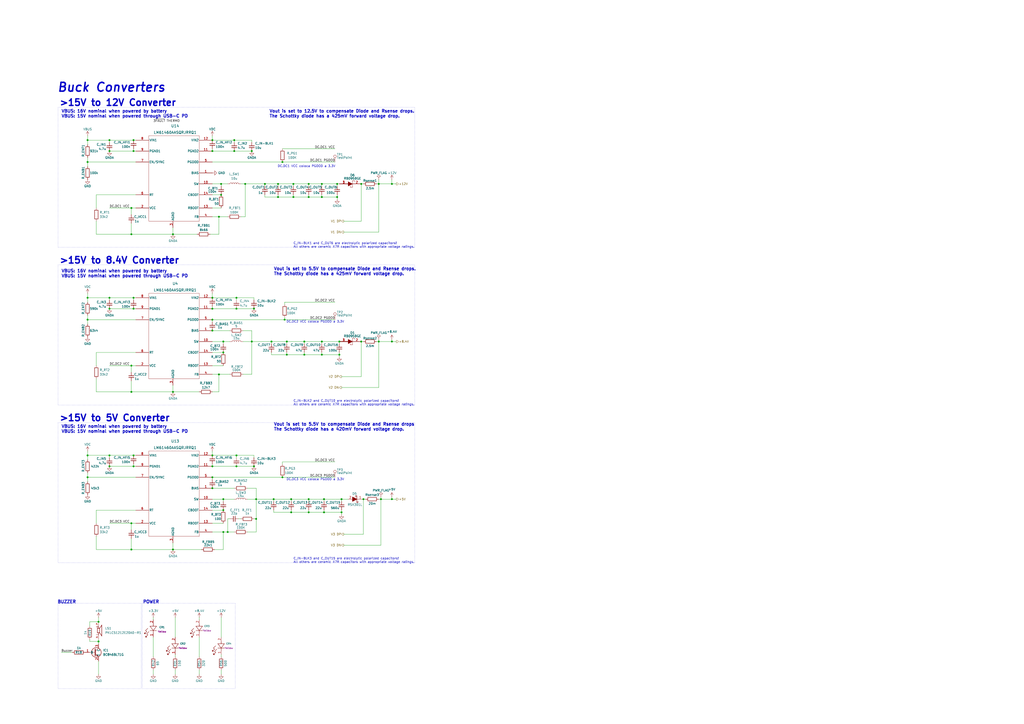
<source format=kicad_sch>
(kicad_sch (version 20250114) (generator "eeschema") (generator_version "9.0")
  (paper "A2")
  (rectangle (start 33.655 153.67) (end 240.665 234.95) (stroke (width 0) (type dot)))
  (rectangle (start 82.55 349.885) (end 136.525 399.415) (stroke (width 0) (type dot)))
  (rectangle (start 33.655 62.23) (end 240.665 143.51) (stroke (width 0) (type dot)))
  (rectangle (start 33.655 349.885) (end 81.915 399.415) (stroke (width 0) (type dot)))
  (rectangle (start 33.655 245.11) (end 240.665 326.39) (stroke (width 0) (type dot)))
  (text "VBUS: 16V nominal when powered by battery\nVBUS: 15V nominal when powered through USB-C PD\n" (at 35.56 248.92 0) (effects (font (size 1.778 1.778) (thickness 0.3556) (bold yes)) (justify left)))
  (text "Buck Converters" (at 33.02 50.8 0) (effects (font (size 5.08 5.08) (thickness 0.8636) (bold yes) (italic yes)) (justify left)))
  (text "Vout is set to 12.5V to compensate Diode and Rsense drops.\nThe Schottky diode has a 425mV forward voltage drop." (at 156.21 66.04 0) (effects (font (size 1.778 1.778) (thickness 0.3556) (bold yes)) (justify left)))
  (text "C_IN-BLK2 and C_OUT10 are electrolytic polarized capacitors!\nAll others are ceramic X7R capacitors with appropriate voltage ratings." (at 170.18 233.68 0) (effects (font (size 1.27 1.27)) (justify left)))
  (text "DC.DC3 VCC coloca PGOOD a 3.3V\n" (at 182.88 278.13 0) (effects (font (size 1.27 1.27))))
  (text ">15V to 8.4V Converter" (at 34.29 151.13 0) (effects (font (size 3.81 3.81) (thickness 0.762) (bold yes)) (justify left)))
  (text ">15V to 12V Converter" (at 34.29 59.69 0) (effects (font (size 3.81 3.81) (thickness 0.762) (bold yes)) (justify left)))
  (text "DC.DC2 VCC coloca PGOOD a 3.3V\n" (at 182.88 186.69 0) (effects (font (size 1.27 1.27))))
  (text "VBUS: 16V nominal when powered by battery\nVBUS: 15V nominal when powered through USB-C PD\n" (at 35.56 158.75 0) (effects (font (size 1.778 1.778) (thickness 0.3556) (bold yes)) (justify left)))
  (text ">15V to 5V Converter" (at 34.29 242.57 0) (effects (font (size 3.81 3.81) (thickness 0.762) (bold yes)) (justify left)))
  (text "C_IN-BLK1 and C_OUT6 are electrolytic polarized capacitors!\nAll others are ceramic X7R capacitors with appropriate voltage ratings." (at 170.18 142.24 0) (effects (font (size 1.27 1.27)) (justify left)))
  (text "C_IN-BLK3 and C_OUT15 are electrolytic polarized capacitors!\nAll others are ceramic X7R capacitors with appropriate voltage ratings." (at 170.18 325.12 0) (effects (font (size 1.27 1.27)) (justify left)))
  (text "Vout is set to 5.5V to compensate Diode and Rsense drops.\nThe Schottky diode has a 425mV forward voltage drop." (at 158.75 157.48 0) (effects (font (size 1.778 1.778) (thickness 0.3556) (bold yes)) (justify left)))
  (text "VBUS: 16V nominal when powered by battery\nVBUS: 15V nominal when powered through USB-C PD\n" (at 35.56 66.04 0) (effects (font (size 1.778 1.778) (thickness 0.3556) (bold yes)) (justify left)))
  (text "DC.DC1 VCC coloca PGOOD a 3.3V\n" (at 177.8 96.52 0) (effects (font (size 1.27 1.27))))
  (text "BUZZER" (at 38.735 349.25 0) (effects (font (size 1.778 1.778) (thickness 0.3556) (bold yes))))
  (text "POWER" (at 87.63 349.25 0) (effects (font (size 1.778 1.778) (thickness 0.3556) (bold yes))))
  (text "Vout is set to 5.5V to compensate Diode and Rsense drops\nThe Schottky diode has a 420mV forward voltage drop." (at 158.75 247.65 0) (effects (font (size 1.778 1.778) (thickness 0.3556) (bold yes)) (justify left)))
  (junction (at 137.16 172.72))
  (junction (at 137.16 264.16))
  (junction (at 123.19 179.07))
  (junction (at 100.33 227.33))
  (junction (at 148.59 289.56))
  (junction (at 77.47 179.07))
  (junction (at 227.33 106.68))
  (junction (at 77.47 264.16))
  (junction (at 187.96 289.56))
  (junction (at 179.07 114.3))
  (junction (at 195.58 106.68))
  (junction (at 163.83 276.86))
  (junction (at 187.96 297.18))
  (junction (at 100.33 318.77))
  (junction (at 186.69 114.3))
  (junction (at 142.24 106.68))
  (junction (at 137.16 179.07))
  (junction (at 63.5 81.28))
  (junction (at 76.2 212.09))
  (junction (at 77.47 81.28))
  (junction (at 166.37 205.74))
  (junction (at 77.47 270.51))
  (junction (at 128.27 113.03))
  (junction (at 129.54 204.47))
  (junction (at 209.55 106.68))
  (junction (at 219.71 198.12))
  (junction (at 158.75 289.56))
  (junction (at 123.19 264.16))
  (junction (at 129.54 308.61))
  (junction (at 77.47 172.72))
  (junction (at 123.19 276.86))
  (junction (at 123.19 283.21))
  (junction (at 161.29 106.68))
  (junction (at 147.32 270.51))
  (junction (at 170.18 114.3))
  (junction (at 220.98 289.56))
  (junction (at 63.5 179.07))
  (junction (at 129.54 295.91))
  (junction (at 176.53 205.74))
  (junction (at 123.19 172.72))
  (junction (at 198.12 289.56))
  (junction (at 63.5 264.16))
  (junction (at 148.59 300.99))
  (junction (at 227.33 289.56))
  (junction (at 135.89 81.28))
  (junction (at 123.19 87.63))
  (junction (at 50.8 172.72))
  (junction (at 210.82 289.56))
  (junction (at 146.05 87.63))
  (junction (at 127 125.73))
  (junction (at 168.91 289.56))
  (junction (at 50.8 93.98))
  (junction (at 209.55 198.12))
  (junction (at 127 217.17))
  (junction (at 179.07 106.68))
  (junction (at 166.37 198.12))
  (junction (at 165.1 185.42))
  (junction (at 123.19 81.28))
  (junction (at 76.2 227.33))
  (junction (at 50.8 185.42))
  (junction (at 157.48 198.12))
  (junction (at 76.2 135.89))
  (junction (at 176.53 198.12))
  (junction (at 168.91 297.18))
  (junction (at 170.18 106.68))
  (junction (at 63.5 87.63))
  (junction (at 123.19 270.51))
  (junction (at 123.19 185.42))
  (junction (at 128.27 106.68))
  (junction (at 63.5 270.51))
  (junction (at 195.58 114.3))
  (junction (at 50.8 276.86))
  (junction (at 146.05 198.12))
  (junction (at 63.5 172.72))
  (junction (at 147.32 179.07))
  (junction (at 57.15 372.11))
  (junction (at 227.33 198.12))
  (junction (at 123.19 191.77))
  (junction (at 57.15 360.68))
  (junction (at 186.69 205.74))
  (junction (at 76.2 120.65))
  (junction (at 179.07 289.56))
  (junction (at 161.29 114.3))
  (junction (at 186.69 106.68))
  (junction (at 100.33 135.89))
  (junction (at 77.47 87.63))
  (junction (at 137.16 270.51))
  (junction (at 163.83 93.98))
  (junction (at 186.69 198.12))
  (junction (at 132.08 308.61))
  (junction (at 179.07 297.18))
  (junction (at 196.85 198.12))
  (junction (at 50.8 264.16))
  (junction (at 76.2 303.53))
  (junction (at 196.85 205.74))
  (junction (at 76.2 318.77))
  (junction (at 219.71 106.68))
  (junction (at 129.54 289.56))
  (junction (at 50.8 81.28))
  (junction (at 135.89 87.63))
  (junction (at 198.12 297.18))
  (junction (at 129.54 198.12))
  (junction (at 153.67 106.68))
  (wire (pts (xy 63.5 264.16) (xy 63.5 265.43)))
  (wire (pts (xy 78.74 93.98) (xy 50.8 93.98)))
  (wire (pts (xy 142.24 106.68) (xy 153.67 106.68)))
  (wire (pts (xy 123.19 86.36) (xy 123.19 87.63)))
  (wire (pts (xy 123.19 179.07) (xy 137.16 179.07)))
  (wire (pts (xy 50.8 264.16) (xy 63.5 264.16)))
  (wire (pts (xy 219.71 196.85) (xy 219.71 198.12)))
  (wire (pts (xy 161.29 106.68) (xy 170.18 106.68)))
  (wire (pts (xy 219.71 198.12) (xy 227.33 198.12)))
  (wire (pts (xy 129.54 290.83) (xy 129.54 289.56)))
  (wire (pts (xy 127 125.73) (xy 127 135.89)))
  (wire (pts (xy 210.82 289.56) (xy 212.09 289.56)))
  (wire (pts (xy 176.53 198.12) (xy 186.69 198.12)))
  (wire (pts (xy 50.8 185.42) (xy 50.8 182.88)))
  (wire (pts (xy 168.91 289.56) (xy 179.07 289.56)))
  (wire (pts (xy 186.69 113.03) (xy 186.69 114.3)))
  (wire (pts (xy 220.98 289.56) (xy 220.98 316.23)))
  (wire (pts (xy 50.8 93.98) (xy 50.8 96.52)))
  (wire (pts (xy 186.69 204.47) (xy 186.69 205.74)))
  (wire (pts (xy 115.57 388.62) (xy 115.57 391.16)))
  (wire (pts (xy 55.88 135.89) (xy 76.2 135.89)))
  (wire (pts (xy 123.19 303.53) (xy 129.54 303.53)))
  (wire (pts (xy 137.16 264.16) (xy 137.16 265.43)))
  (wire (pts (xy 187.96 295.91) (xy 187.96 297.18)))
  (wire (pts (xy 76.2 318.77) (xy 100.33 318.77)))
  (wire (pts (xy 186.69 205.74) (xy 196.85 205.74)))
  (wire (pts (xy 143.51 289.56) (xy 148.59 289.56)))
  (wire (pts (xy 227.33 104.14) (xy 227.33 106.68)))
  (wire (pts (xy 153.67 114.3) (xy 161.29 114.3)))
  (wire (pts (xy 76.2 220.98) (xy 76.2 227.33)))
  (wire (pts (xy 63.5 120.65) (xy 76.2 120.65)))
  (wire (pts (xy 123.19 78.74) (xy 123.19 81.28)))
  (wire (pts (xy 63.5 303.53) (xy 76.2 303.53)))
  (wire (pts (xy 219.71 106.68) (xy 227.33 106.68)))
  (wire (pts (xy 179.07 289.56) (xy 187.96 289.56)))
  (wire (pts (xy 140.97 217.17) (xy 146.05 217.17)))
  (wire (pts (xy 218.44 106.68) (xy 219.71 106.68)))
  (wire (pts (xy 52.07 372.11) (xy 57.15 372.11)))
  (wire (pts (xy 127 217.17) (xy 133.35 217.17)))
  (wire (pts (xy 135.89 87.63) (xy 123.19 87.63)))
  (wire (pts (xy 123.19 283.21) (xy 135.89 283.21)))
  (wire (pts (xy 139.7 300.99) (xy 138.43 300.99)))
  (wire (pts (xy 195.58 106.68) (xy 195.58 107.95)))
  (wire (pts (xy 179.07 106.68) (xy 179.07 107.95)))
  (wire (pts (xy 132.08 308.61) (xy 135.89 308.61)))
  (wire (pts (xy 140.97 191.77) (xy 146.05 191.77)))
  (wire (pts (xy 157.48 198.12) (xy 166.37 198.12)))
  (wire (pts (xy 115.57 358.14) (xy 115.57 359.41)))
  (wire (pts (xy 55.88 227.33) (xy 55.88 219.71)))
  (wire (pts (xy 50.8 93.98) (xy 50.8 91.44)))
  (wire (pts (xy 50.8 264.16) (xy 50.8 266.7)))
  (wire (pts (xy 123.19 264.16) (xy 137.16 264.16)))
  (wire (pts (xy 129.54 289.56) (xy 135.89 289.56)))
  (wire (pts (xy 186.69 114.3) (xy 195.58 114.3)))
  (wire (pts (xy 139.7 106.68) (xy 142.24 106.68)))
  (wire (pts (xy 199.39 128.27) (xy 209.55 128.27)))
  (wire (pts (xy 158.75 289.56) (xy 168.91 289.56)))
  (wire (pts (xy 77.47 87.63) (xy 78.74 87.63)))
  (wire (pts (xy 196.85 106.68) (xy 195.58 106.68)))
  (wire (pts (xy 57.15 358.14) (xy 57.15 360.68)))
  (wire (pts (xy 176.53 204.47) (xy 176.53 205.74)))
  (wire (pts (xy 179.07 113.03) (xy 179.07 114.3)))
  (wire (pts (xy 77.47 86.36) (xy 77.47 87.63)))
  (wire (pts (xy 137.16 172.72) (xy 137.16 173.99)))
  (wire (pts (xy 129.54 198.12) (xy 133.35 198.12)))
  (wire (pts (xy 52.07 363.22) (xy 52.07 360.68)))
  (wire (pts (xy 123.19 198.12) (xy 129.54 198.12)))
  (wire (pts (xy 198.12 289.56) (xy 201.93 289.56)))
  (wire (pts (xy 88.9 358.14) (xy 88.9 359.41)))
  (wire (pts (xy 199.39 316.23) (xy 220.98 316.23)))
  (wire (pts (xy 100.33 318.77) (xy 116.84 318.77)))
  (wire (pts (xy 101.6 379.73) (xy 101.6 381)))
  (wire (pts (xy 132.08 300.99) (xy 132.08 308.61)))
  (wire (pts (xy 196.85 205.74) (xy 196.85 207.01)))
  (wire (pts (xy 135.89 81.28) (xy 146.05 81.28)))
  (wire (pts (xy 76.2 307.34) (xy 76.2 303.53)))
  (wire (pts (xy 179.07 106.68) (xy 186.69 106.68)))
  (wire (pts (xy 143.51 308.61) (xy 148.59 308.61)))
  (wire (pts (xy 78.74 81.28) (xy 77.47 81.28)))
  (wire (pts (xy 142.24 125.73) (xy 139.7 125.73)))
  (wire (pts (xy 186.69 198.12) (xy 186.69 199.39)))
  (wire (pts (xy 157.48 205.74) (xy 157.48 204.47)))
  (wire (pts (xy 227.33 198.12) (xy 229.87 198.12)))
  (wire (pts (xy 137.16 179.07) (xy 147.32 179.07)))
  (wire (pts (xy 55.88 135.89) (xy 55.88 128.27)))
  (wire (pts (xy 220.98 289.56) (xy 227.33 289.56)))
  (wire (pts (xy 123.19 185.42) (xy 165.1 185.42)))
  (wire (pts (xy 153.67 113.03) (xy 153.67 114.3)))
  (wire (pts (xy 52.07 360.68) (xy 57.15 360.68)))
  (wire (pts (xy 146.05 198.12) (xy 146.05 217.17)))
  (wire (pts (xy 227.33 289.56) (xy 229.87 289.56)))
  (wire (pts (xy 115.57 369.57) (xy 115.57 381)))
  (wire (pts (xy 76.2 312.42) (xy 76.2 318.77)))
  (wire (pts (xy 153.67 106.68) (xy 153.67 107.95)))
  (wire (pts (xy 196.85 198.12) (xy 196.85 199.39)))
  (wire (pts (xy 148.59 289.56) (xy 148.59 300.99)))
  (wire (pts (xy 179.07 297.18) (xy 187.96 297.18)))
  (wire (pts (xy 158.75 297.18) (xy 158.75 295.91)))
  (wire (pts (xy 128.27 358.14) (xy 128.27 369.57)))
  (wire (pts (xy 196.85 205.74) (xy 196.85 204.47)))
  (wire (pts (xy 158.75 297.18) (xy 168.91 297.18)))
  (wire (pts (xy 100.33 227.33) (xy 100.33 223.52)))
  (wire (pts (xy 63.5 81.28) (xy 63.5 82.55)))
  (wire (pts (xy 140.97 198.12) (xy 146.05 198.12)))
  (wire (pts (xy 219.71 289.56) (xy 220.98 289.56)))
  (wire (pts (xy 186.69 198.12) (xy 196.85 198.12)))
  (wire (pts (xy 78.74 185.42) (xy 50.8 185.42)))
  (wire (pts (xy 168.91 295.91) (xy 168.91 297.18)))
  (wire (pts (xy 50.8 276.86) (xy 50.8 279.4)))
  (wire (pts (xy 157.48 198.12) (xy 157.48 199.39)))
  (wire (pts (xy 76.2 135.89) (xy 100.33 135.89)))
  (wire (pts (xy 170.18 113.03) (xy 170.18 114.3)))
  (wire (pts (xy 57.15 372.11) (xy 57.15 373.38)))
  (wire (pts (xy 176.53 205.74) (xy 186.69 205.74)))
  (wire (pts (xy 50.8 172.72) (xy 50.8 175.26)))
  (wire (pts (xy 147.32 172.72) (xy 147.32 173.99)))
  (wire (pts (xy 219.71 198.12) (xy 219.71 224.79)))
  (wire (pts (xy 55.88 227.33) (xy 76.2 227.33)))
  (wire (pts (xy 123.19 81.28) (xy 135.89 81.28)))
  (wire (pts (xy 147.32 300.99) (xy 148.59 300.99)))
  (wire (pts (xy 123.19 212.09) (xy 129.54 212.09)))
  (wire (pts (xy 227.33 106.68) (xy 229.87 106.68)))
  (wire (pts (xy 123.19 270.51) (xy 137.16 270.51)))
  (wire (pts (xy 209.55 106.68) (xy 209.55 128.27)))
  (wire (pts (xy 209.55 106.68) (xy 210.82 106.68)))
  (wire (pts (xy 135.89 87.63) (xy 146.05 87.63)))
  (wire (pts (xy 123.19 185.42) (xy 123.19 186.69)))
  (wire (pts (xy 128.27 379.73) (xy 128.27 381)))
  (wire (pts (xy 163.83 86.36) (xy 194.31 86.36)))
  (wire (pts (xy 55.88 204.47) (xy 78.74 204.47)))
  (wire (pts (xy 55.88 113.03) (xy 78.74 113.03)))
  (wire (pts (xy 146.05 191.77) (xy 146.05 198.12)))
  (wire (pts (xy 165.1 175.26) (xy 165.1 176.53)))
  (wire (pts (xy 219.71 106.68) (xy 219.71 134.62)))
  (wire (pts (xy 157.48 205.74) (xy 166.37 205.74)))
  (wire (pts (xy 166.37 205.74) (xy 176.53 205.74)))
  (wire (pts (xy 168.91 289.56) (xy 168.91 290.83)))
  (wire (pts (xy 77.47 269.24) (xy 77.47 270.51)))
  (wire (pts (xy 127 217.17) (xy 127 227.33)))
  (wire (pts (xy 123.19 261.62) (xy 123.19 264.16)))
  (wire (pts (xy 123.19 217.17) (xy 127 217.17)))
  (wire (pts (xy 100.33 227.33) (xy 115.57 227.33)))
  (wire (pts (xy 50.8 170.18) (xy 50.8 172.72)))
  (wire (pts (xy 170.18 106.68) (xy 170.18 107.95)))
  (wire (pts (xy 63.5 81.28) (xy 77.47 81.28)))
  (wire (pts (xy 57.15 383.54) (xy 57.15 391.16)))
  (wire (pts (xy 78.74 172.72) (xy 77.47 172.72)))
  (wire (pts (xy 168.91 297.18) (xy 179.07 297.18)))
  (wire (pts (xy 100.33 132.08) (xy 100.33 135.89)))
  (wire (pts (xy 127 125.73) (xy 132.08 125.73)))
  (wire (pts (xy 165.1 185.42) (xy 194.31 185.42)))
  (wire (pts (xy 163.83 93.98) (xy 194.31 93.98)))
  (wire (pts (xy 123.19 106.68) (xy 128.27 106.68)))
  (wire (pts (xy 63.5 179.07) (xy 77.47 179.07)))
  (wire (pts (xy 123.19 289.56) (xy 129.54 289.56)))
  (wire (pts (xy 63.5 212.09) (xy 76.2 212.09)))
  (wire (pts (xy 137.16 270.51) (xy 147.32 270.51)))
  (wire (pts (xy 199.39 309.88) (xy 210.82 309.88)))
  (wire (pts (xy 76.2 303.53) (xy 78.74 303.53)))
  (wire (pts (xy 198.12 297.18) (xy 198.12 295.91)))
  (wire (pts (xy 163.83 267.97) (xy 194.31 267.97)))
  (wire (pts (xy 78.74 276.86) (xy 50.8 276.86)))
  (wire (pts (xy 123.19 276.86) (xy 163.83 276.86)))
  (wire (pts (xy 77.47 179.07) (xy 78.74 179.07)))
  (wire (pts (xy 179.07 114.3) (xy 186.69 114.3)))
  (wire (pts (xy 210.82 289.56) (xy 210.82 309.88)))
  (wire (pts (xy 76.2 227.33) (xy 100.33 227.33)))
  (wire (pts (xy 166.37 198.12) (xy 176.53 198.12)))
  (wire (pts (xy 63.5 172.72) (xy 63.5 173.99)))
  (wire (pts (xy 57.15 370.84) (xy 57.15 372.11)))
  (wire (pts (xy 101.6 388.62) (xy 101.6 391.16)))
  (wire (pts (xy 50.8 172.72) (xy 63.5 172.72)))
  (wire (pts (xy 123.19 204.47) (xy 129.54 204.47)))
  (wire (pts (xy 63.5 172.72) (xy 77.47 172.72)))
  (wire (pts (xy 123.19 295.91) (xy 129.54 295.91)))
  (wire (pts (xy 199.39 134.62) (xy 219.71 134.62)))
  (wire (pts (xy 195.58 114.3) (xy 195.58 115.57)))
  (wire (pts (xy 158.75 289.56) (xy 158.75 290.83)))
  (wire (pts (xy 187.96 289.56) (xy 187.96 290.83)))
  (wire (pts (xy 147.32 264.16) (xy 147.32 265.43)))
  (wire (pts (xy 55.88 120.65) (xy 55.88 113.03)))
  (wire (pts (xy 123.19 125.73) (xy 127 125.73)))
  (wire (pts (xy 76.2 124.46) (xy 76.2 120.65)))
  (wire (pts (xy 63.5 270.51) (xy 77.47 270.51)))
  (wire (pts (xy 52.07 370.84) (xy 52.07 372.11)))
  (wire (pts (xy 166.37 204.47) (xy 166.37 205.74)))
  (wire (pts (xy 209.55 198.12) (xy 209.55 218.44)))
  (wire (pts (xy 220.98 288.29) (xy 220.98 289.56)))
  (wire (pts (xy 50.8 78.74) (xy 50.8 81.28)))
  (wire (pts (xy 209.55 198.12) (xy 210.82 198.12)))
  (wire (pts (xy 187.96 297.18) (xy 198.12 297.18)))
  (wire (pts (xy 161.29 114.3) (xy 161.29 113.03)))
  (wire (pts (xy 88.9 369.57) (xy 88.9 381)))
  (wire (pts (xy 132.08 300.99) (xy 133.35 300.99)))
  (wire (pts (xy 63.5 264.16) (xy 77.47 264.16)))
  (wire (pts (xy 161.29 114.3) (xy 170.18 114.3)))
  (wire (pts (xy 165.1 175.26) (xy 194.31 175.26)))
  (wire (pts (xy 163.83 267.97) (xy 163.83 269.24)))
  (wire (pts (xy 76.2 212.09) (xy 78.74 212.09)))
  (wire (pts (xy 123.19 269.24) (xy 123.19 270.51)))
  (wire (pts (xy 55.88 295.91) (xy 78.74 295.91)))
  (wire (pts (xy 50.8 185.42) (xy 50.8 187.96)))
  (wire (pts (xy 121.92 135.89) (xy 127 135.89)))
  (wire (pts (xy 100.33 135.89) (xy 114.3 135.89)))
  (wire (pts (xy 198.12 224.79) (xy 219.71 224.79)))
  (wire (pts (xy 123.19 170.18) (xy 123.19 172.72)))
  (wire (pts (xy 148.59 289.56) (xy 158.75 289.56)))
  (wire (pts (xy 148.59 300.99) (xy 148.59 308.61)))
  (wire (pts (xy 128.27 106.68) (xy 132.08 106.68)))
  (wire (pts (xy 163.83 276.86) (xy 194.31 276.86)))
  (wire (pts (xy 148.59 283.21) (xy 148.59 289.56)))
  (wire (pts (xy 153.67 106.68) (xy 161.29 106.68)))
  (wire (pts (xy 76.2 215.9) (xy 76.2 212.09)))
  (wire (pts (xy 137.16 264.16) (xy 147.32 264.16)))
  (wire (pts (xy 170.18 106.68) (xy 179.07 106.68)))
  (wire (pts (xy 50.8 81.28) (xy 63.5 81.28)))
  (wire (pts (xy 179.07 289.56) (xy 179.07 290.83)))
  (wire (pts (xy 198.12 297.18) (xy 198.12 298.45)))
  (wire (pts (xy 76.2 129.54) (xy 76.2 135.89)))
  (wire (pts (xy 123.19 172.72) (xy 137.16 172.72)))
  (wire (pts (xy 50.8 261.62) (xy 50.8 264.16)))
  (wire (pts (xy 129.54 308.61) (xy 132.08 308.61)))
  (wire (pts (xy 227.33 288.29) (xy 227.33 289.56)))
  (wire (pts (xy 135.89 81.28) (xy 135.89 82.55)))
  (wire (pts (xy 227.33 196.85) (xy 227.33 198.12)))
  (wire (pts (xy 161.29 106.68) (xy 161.29 107.95)))
  (wire (pts (xy 128.27 107.95) (xy 128.27 106.68)))
  (wire (pts (xy 50.8 276.86) (xy 50.8 274.32)))
  (wire (pts (xy 129.54 308.61) (xy 129.54 318.77)))
  (wire (pts (xy 146.05 81.28) (xy 146.05 82.55)))
  (wire (pts (xy 55.88 318.77) (xy 76.2 318.77)))
  (wire (pts (xy 186.69 106.68) (xy 186.69 107.95)))
  (wire (pts (xy 198.12 289.56) (xy 198.12 290.83)))
  (wire (pts (xy 123.19 276.86) (xy 123.19 278.13)))
  (wire (pts (xy 219.71 104.14) (xy 219.71 106.68)))
  (wire (pts (xy 100.33 318.77) (xy 100.33 314.96)))
  (wire (pts (xy 176.53 198.12) (xy 176.53 199.39)))
  (wire (pts (xy 123.19 191.77) (xy 133.35 191.77)))
  (wire (pts (xy 123.19 120.65) (xy 128.27 120.65)))
  (wire (pts (xy 179.07 295.91) (xy 179.07 297.18)))
  (wire (pts (xy 146.05 198.12) (xy 157.48 198.12)))
  (wire (pts (xy 123.19 227.33) (xy 127 227.33)))
  (wire (pts (xy 77.47 270.51) (xy 78.74 270.51)))
  (wire (pts (xy 50.8 81.28) (xy 50.8 83.82)))
  (wire (pts (xy 123.19 177.8) (xy 123.19 179.07)))
  (wire (pts (xy 195.58 114.3) (xy 195.58 113.03)))
  (wire (pts (xy 129.54 199.39) (xy 129.54 198.12)))
  (wire (pts (xy 218.44 198.12) (xy 219.71 198.12)))
  (wire (pts (xy 35.56 378.46) (xy 41.91 378.46)))
  (wire (pts (xy 198.12 218.44) (xy 209.55 218.44)))
  (wire (pts (xy 55.88 212.09) (xy 55.88 204.47)))
  (wire (pts (xy 142.24 106.68) (xy 142.24 125.73)))
  (wire (pts (xy 55.88 318.77) (xy 55.88 311.15)))
  (wire (pts (xy 77.47 173.99) (xy 77.47 172.72)))
  (wire (pts (xy 101.6 358.14) (xy 101.6 369.57)))
  (wire (pts (xy 55.88 303.53) (xy 55.88 295.91)))
  (wire (pts (xy 166.37 198.12) (xy 166.37 199.39)))
  (wire (pts (xy 165.1 184.15) (xy 165.1 185.42)))
  (wire (pts (xy 123.19 113.03) (xy 128.27 113.03)))
  (wire (pts (xy 124.46 318.77) (xy 129.54 318.77)))
  (wire (pts (xy 143.51 283.21) (xy 148.59 283.21)))
  (wire (pts (xy 88.9 388.62) (xy 88.9 391.16)))
  (wire (pts (xy 170.18 114.3) (xy 179.07 114.3)))
  (wire (pts (xy 123.19 308.61) (xy 129.54 308.61)))
  (wire (pts (xy 186.69 106.68) (xy 195.58 106.68)))
  (wire (pts (xy 137.16 172.72) (xy 147.32 172.72)))
  (wire (pts (xy 123.19 93.98) (xy 163.83 93.98)))
  (wire (pts (xy 128.27 391.16) (xy 128.27 388.62)))
  (wire (pts (xy 187.96 289.56) (xy 198.12 289.56)))
  (wire (pts (xy 78.74 264.16) (xy 77.47 264.16)))
  (wire (pts (xy 76.2 120.65) (xy 78.74 120.65)))
  (wire (pts (xy 63.5 87.63) (xy 77.47 87.63)))
  (label "DC.DC2 VCC" (at 63.5 212.09 0))
  (label "Buzzer" (at 35.56 378.46 0))
  (label "DC.DC3 VCC" (at 194.31 267.97 180))
  (label "DC.DC1 PGOOD" (at 194.31 93.98 180))
  (label "DC.DC2 PGOOD" (at 194.31 185.42 180))
  (label "DC.DC1 VCC" (at 63.5 120.65 0))
  (label "DC.DC3 PGOOD" (at 194.31 276.86 180))
  (label "3~{FAULT} THERMO" (at 88.9 71.12 0))
  (label "DC.DC2 VCC" (at 194.31 175.26 180))
  (label "DC.DC1 VCC" (at 194.31 86.36 180))
  (label "DC.DC3 VCC" (at 63.5 303.53 0))
  (hierarchical_label "V3 DP" (shape output) (at 199.39 309.88 180))
  (hierarchical_label "V2 DN" (shape output) (at 198.12 224.79 180))
  (hierarchical_label "+5V" (shape output) (at 229.87 289.56 0))
  (hierarchical_label "V1 DP" (shape output) (at 199.39 128.27 180))
  (hierarchical_label "+8.4V" (shape output) (at 229.87 198.12 0))
  (hierarchical_label "V3 DN" (shape output) (at 199.39 316.23 180))
  (hierarchical_label "+12V" (shape output) (at 229.87 106.68 0))
  (hierarchical_label "V1 DN" (shape output) (at 199.39 134.62 180))
  (hierarchical_label "V2 DP" (shape output) (at 198.12 218.44 180))
  (symbol (lib_id "Device:C_Small") (at 153.67 110.49 0) (mirror y) (unit 1)
    (property "Reference" "C_OUT1" (at 153.67 108.585 0) (effects (justify left)))
    (property "Value" "1u" (at 152.4 111.76 0) (effects (justify left)))
    (property "Footprint" "Capacitor-0603:Capacitor_0603" (effects (hide yes)))
    (property "Description" "Unpolarized capacitor, small symbol" (effects (hide yes)))
  )
  (symbol (lib_id "Device:C_Small") (at 128.27 110.49 0) (unit 1)
    (property "Reference" "C_BT1" (at 120.65 109.22 0) (effects (justify left)))
    (property "Value" "100n" (at 120.65 111.125 0) (effects (justify left)))
    (property "Footprint" "Capacitor-0402:Capacitor_0402" (effects (hide yes)))
    (property "Description" "Unpolarized capacitor, small symbol" (effects (hide yes)))
  )
  (symbol (lib_id "Connector:TestPoint") (at 194.31 276.86 0) (unit 1)
    (property "Reference" "TP3" (at 195.326 272.542 0) (effects (justify left)))
    (property "Value" "TestPoint" (at 195.326 274.32 0) (effects (justify left)))
    (property "Footprint" "TestPoint:TestPoint_Pad_2.0x2.0mm" (effects (hide yes)))
    (property "Description" "test point" (effects (hide yes)))
  )
  (symbol (lib_id "Device:C_Small") (at 77.47 176.53 0) (mirror y) (unit 1)
    (property "Reference" "C_IN_HFI3" (at 75.565 175.26 0) (effects (justify left)))
    (property "Value" "100n" (at 75.565 177.8 0) (effects (justify left)))
    (property "Footprint" "Capacitor-0402:Capacitor_0402" (effects (hide yes)))
    (property "Description" "Unpolarized capacitor, small symbol" (effects (hide yes)))
  )
  (symbol (lib_id "Device:L") (at 139.7 289.56 90) (unit 1)
    (property "Reference" "L_SW3" (at 139.7 285.75 90))
    (property "Value" "15u" (at 139.7 287.655 90))
    (property "Footprint" "Inductor-10.1x10:Inductor_10.1x10" (effects (hide yes)))
    (property "Description" "Inductor" (effects (hide yes)))
  )
  (symbol (lib_id "Device:R") (at 55.88 307.34 0) (mirror x) (unit 1)
    (property "Reference" "R_RT3" (at 57.785 306.07 0) (effects (justify left)))
    (property "Value" "33k2" (at 57.785 308.61 0) (effects (justify left)))
    (property "Footprint" "Resistor-0603:RES_0603" (effects (hide yes)))
    (property "Description" "Resistor" (effects (hide yes)))
  )
  (symbol (lib_id "power:+5V") (at 227.33 196.85 0) (unit 1)
    (property "Reference" "#PWR0120" (effects (hide yes)))
    (property "Value" "+8.4V" (at 227.33 192.405 0))
    (property "Description" "Power symbol creates a global label with name \"+5V\"" (effects (hide yes)))
  )
  (symbol (lib_id "Device:C_Small") (at 187.96 293.37 0) (mirror y) (unit 1)
    (property "Reference" "C_OUT14" (at 187.325 291.465 0) (effects (justify left)))
    (property "Value" "22u" (at 186.69 294.64 0) (effects (justify left)))
    (property "Footprint" "Capacitor-0805:Capacitor_0805" (effects (hide yes)))
    (property "Description" "Unpolarized capacitor, small symbol" (effects (hide yes)))
  )
  (symbol (lib_id "power:VBUS") (at 123.19 170.18 0) (unit 1)
    (property "Reference" "#PWR077" (effects (hide yes)))
    (property "Value" "VDC" (at 123.19 166.37 0))
    (property "Description" "Power symbol creates a global label with name \"VBUS\"" (effects (hide yes)))
  )
  (symbol (lib_id "Device:R") (at 50.8 87.63 0) (mirror x) (unit 1)
    (property "Reference" "R_ENT1" (at 48.26 83.82 90) (effects (justify left)))
    (property "Value" "931k" (at 52.07 87.63 0) (effects (justify left)))
    (property "Footprint" "Resistor-0603:RES_0603" (effects (hide yes)))
    (property "Description" "Resistor" (effects (hide yes)))
  )
  (symbol (lib_id "power:PWR_FLAG") (at 219.71 196.85 0) (unit 1)
    (property "Reference" "#FLG07" (effects (hide yes)))
    (property "Value" "PWR_FLAG" (at 219.71 193.04 0))
    (property "Description" "Special symbol for telling ERC where power comes from" (effects (hide yes)))
  )
  (symbol (lib_id "Device:R") (at 137.16 217.17 270) (mirror x) (unit 1)
    (property "Reference" "R_FBT2" (at 133.985 212.725 90) (effects (justify left)))
    (property "Value" "100K" (at 134.62 214.63 90) (effects (justify left)))
    (property "Footprint" "Resistor-0603:RES_0603" (effects (hide yes)))
    (property "Description" "Resistor" (effects (hide yes)))
  )
  (symbol (lib_id "power:GND") (at 101.6 391.16 0) (unit 1)
    (property "Reference" "#PWR080" (effects (hide yes)))
    (property "Value" "GND" (at 101.6 394.97 0))
    (property "Description" "Power symbol creates a global label with name \"GND\" , ground" (effects (hide yes)))
  )
  (symbol (lib_id "Device:C_Small") (at 146.05 85.09 0) (unit 1)
    (property "Reference" "C_IN-BLK1" (at 147.955 83.185 0) (effects (justify left)))
    (property "Value" "10u" (at 147.955 85.725 0) (effects (justify left)))
    (property "Footprint" "Capacitor-4mm:Capacitor_4mm" (effects (hide yes)))
    (property "Description" "Unpolarized capacitor, small symbol" (effects (hide yes)))
  )
  (symbol (lib_id "Device:C_Small") (at 123.19 266.7 0) (unit 1)
    (property "Reference" "C_IN_HFI6" (at 125.095 265.43 0) (effects (justify left)))
    (property "Value" "100n" (at 125.095 267.97 0) (effects (justify left)))
    (property "Footprint" "Capacitor-0402:Capacitor_0402" (effects (hide yes)))
    (property "Description" "Unpolarized capacitor, small symbol" (effects (hide yes)))
  )
  (symbol (lib_id "Device:C_Small") (at 198.12 293.37 0) (mirror y) (unit 1)
    (property "Reference" "C_OUT15" (at 197.485 291.465 0) (effects (justify left)))
    (property "Value" "560u" (at 196.85 294.64 0) (effects (justify left)))
    (property "Footprint" "Capacitor-8mm:Capacitor_8mm" (effects (hide yes)))
    (property "Description" "Unpolarized capacitor, small symbol" (effects (hide yes)))
  )
  (symbol (lib_id "Device:C_Small") (at 196.85 201.93 0) (mirror y) (unit 1)
    (property "Reference" "C_OUT16" (at 196.215 200.025 0) (effects (justify left)))
    (property "Value" "100u" (at 195.58 203.2 0) (effects (justify left)))
    (property "Footprint" "Capacitor-8mm:Capacitor_8mm" (effects (hide yes)))
    (property "Description" "Unpolarized capacitor, small symbol" (effects (hide yes)))
  )
  (symbol (lib_id "PKLCS1212E20A0-R1:PKLCS1212E20A0-R1") (at 57.15 365.76 0) (unit 1)
    (property "Reference" "LS1" (at 60.96 364.4899 0) (effects (justify left)))
    (property "Value" "PKLCS1212E20A0-R1" (at 60.96 367.0299 0) (effects (justify left)))
    (property "Footprint" "PKLCS1212E20A0-R1:PKLCS1212E20A0-R1" (effects (hide yes)))
    (property "MF" "Murata" (effects (hide yes)))
    (property "MAXIMUM_PACKAGE_HEIGHT" "3.0 mm" (effects (hide yes)))
    (property "Package" "SMD-2 Murata" (effects (hide yes)))
    (property "Price" "None" (effects (hide yes)))
    (property "Check_prices" "https://www.snapeda.com/parts/PKLCS1212E20A0-R1/Murata/view-part/?ref=eda" (effects (hide yes)))
    (property "STANDARD" "Manufacturer Recommendations" (effects (hide yes)))
    (property "PARTREV" "January 22, 2018" (effects (hide yes)))
    (property "SnapEDA_Link" "https://www.snapeda.com/parts/PKLCS1212E20A0-R1/Murata/view-part/?ref=snap" (effects (hide yes)))
    (property "MP" "PKLCS1212E20A0-R1" (effects (hide yes)))
    (property "Description_1" "Buzzers Transducer, Externally Driven Piezo 1.5 V - 2kHz 70dB @ 1.5V, 10cm Surface Mount Solder Pads" (effects (hide yes)))
    (property "Availability" "In Stock" (effects (hide yes)))
    (property "MANUFACTURER" "Murata Electronics" (effects (hide yes)))
  )
  (symbol (lib_id "power:GND") (at 50.8 287.02 0) (unit 1)
    (property "Reference" "#PWR061" (effects (hide yes)))
    (property "Value" "GND" (at 50.8 290.83 0))
    (property "Description" "Power symbol creates a global label with name \"GND\" , ground" (effects (hide yes)))
  )
  (symbol (lib_id "power:GNDA") (at 100.33 318.77 0) (unit 1)
    (property "Reference" "#PWR053" (effects (hide yes)))
    (property "Value" "GNDA" (at 100.33 322.58 0))
    (property "Description" "Power symbol creates a global label with name \"GNDA\" , analog ground" (effects (hide yes)))
  )
  (symbol (lib_id "Device:C_Small") (at 186.69 201.93 0) (mirror y) (unit 1)
    (property "Reference" "C_OUT10" (at 186.055 200.025 0) (effects (justify left)))
    (property "Value" "47u" (at 185.42 203.2 0) (effects (justify left)))
    (property "Footprint" "Capacitor-0805:Capacitor_0805" (effects (hide yes)))
    (property "Description" "Unpolarized capacitor, small symbol" (effects (hide yes)))
  )
  (symbol (lib_id "Device:C_Small") (at 123.19 175.26 0) (unit 1)
    (property "Reference" "C_IN_HFI4" (at 125.095 173.99 0) (effects (justify left)))
    (property "Value" "100n" (at 125.095 176.53 0) (effects (justify left)))
    (property "Footprint" "Capacitor-0402:Capacitor_0402" (effects (hide yes)))
    (property "Description" "Unpolarized capacitor, small symbol" (effects (hide yes)))
  )
  (symbol (lib_id "Device:R") (at 128.27 116.84 0) (mirror y) (unit 1)
    (property "Reference" "R_BT1" (at 127 115.57 0) (effects (justify left)))
    (property "Value" "50" (at 127 118.11 0) (effects (justify left)))
    (property "Footprint" "Resistor-0402:RES_0402" (effects (hide yes)))
    (property "Description" "Resistor" (effects (hide yes)))
  )
  (symbol (lib_id "power:+3.3V") (at 88.9 358.14 0) (unit 1)
    (property "Reference" "#PWR0103" (effects (hide yes)))
    (property "Value" "+3.3V" (at 88.9 354.33 0))
    (property "Description" "Power symbol creates a global label with name \"+3.3V\"" (effects (hide yes)))
  )
  (symbol (lib_id "DCDC_LM61460:LM61460AASQRJRRQ1") (at 72.39 266.7 0) (unit 1)
    (property "Reference" "U13" (at 101.6 255.905 0) (effects (font (size 1.524 1.524))))
    (property "Value" "LM61460AASQRJRRQ1" (at 101.6 259.715 0) (effects (font (size 1.524 1.524))))
    (property "Footprint" "DCDC_LM61460:VQFN-HR14_RJR_TEX" (effects (hide yes)))
    (property "Datasheet" "LM61460AASQRJRRQ1" (effects (hide yes)))
  )
  (symbol (lib_id "power:GNDA") (at 147.32 270.51 0) (unit 1)
    (property "Reference" "#PWR078" (effects (hide yes)))
    (property "Value" "GNDA" (at 147.32 274.32 0))
    (property "Description" "Power symbol creates a global label with name \"GNDA\" , analog ground" (effects (hide yes)))
  )
  (symbol (lib_id "power:PWR_FLAG") (at 220.98 288.29 0) (unit 1)
    (property "Reference" "#FLG06" (effects (hide yes)))
    (property "Value" "PWR_FLAG" (at 220.98 284.48 0))
    (property "Description" "Special symbol for telling ERC where power comes from" (effects (hide yes)))
  )
  (symbol (lib_id "Device:C_Small") (at 123.19 189.23 180) (unit 1)
    (property "Reference" "C_BIAS1" (at 132.715 187.96 0) (effects (justify left)))
    (property "Value" "1u" (at 128.905 189.865 0) (effects (justify left)))
    (property "Footprint" "Capacitor-0603:Capacitor_0603" (effects (hide yes)))
    (property "Description" "Unpolarized capacitor, small symbol" (effects (hide yes)))
  )
  (symbol (lib_id "Device:C_Small") (at 135.89 300.99 270) (mirror x) (unit 1)
    (property "Reference" "C_FF1" (at 133.35 295.91 90) (effects (justify left)))
    (property "Value" "22p" (at 133.985 297.815 90) (effects (justify left)))
    (property "Footprint" "Capacitor-0402:Capacitor_0402" (effects (hide yes)))
    (property "Description" "Unpolarized capacitor, small symbol" (effects (hide yes)))
  )
  (symbol (lib_id "Device:C_Small") (at 76.2 309.88 0) (mirror y) (unit 1)
    (property "Reference" "C_VCC3" (at 85.09 308.61 0) (effects (justify left)))
    (property "Value" "1u" (at 80.645 311.15 0) (effects (justify left)))
    (property "Footprint" "Capacitor-0603:Capacitor_0603" (effects (hide yes)))
    (property "Description" "Unpolarized capacitor, small symbol" (effects (hide yes)))
  )
  (symbol (lib_id "Device:R") (at 137.16 191.77 90) (unit 1)
    (property "Reference" "R_BIAS1" (at 140.97 187.325 90) (effects (justify left)))
    (property "Value" "5" (at 137.795 189.23 90) (effects (justify left)))
    (property "Footprint" "Resistor-0402:RES_0402" (effects (hide yes)))
    (property "Description" "Resistor" (effects (hide yes)))
  )
  (symbol (lib_id "Device:C_Small") (at 170.18 110.49 0) (mirror y) (unit 1)
    (property "Reference" "C_OUT3" (at 169.545 108.585 0) (effects (justify left)))
    (property "Value" "10u" (at 168.91 111.76 0) (effects (justify left)))
    (property "Footprint" "Capacitor-0805:Capacitor_0805" (effects (hide yes)))
    (property "Description" "Unpolarized capacitor, small symbol" (effects (hide yes)))
  )
  (symbol (lib_id "Device:R") (at 45.72 378.46 270) (unit 1)
    (property "Reference" "R18" (at 47.625 378.46 90) (effects (justify right)))
    (property "Value" "1k" (at 46.99 375.92 90) (effects (justify right)))
    (property "Footprint" "Resistor-0402:RES_0402" (effects (hide yes)))
    (property "Description" "Resistor" (effects (hide yes)))
  )
  (symbol (lib_id "Device:R") (at 215.9 289.56 90) (mirror x) (unit 1)
    (property "Reference" "Rsense3" (at 215.9 287.02 90))
    (property "Value" "20m" (at 215.9 292.1 90))
    (property "Footprint" "Resistor-2512:RES_WSLP2512" (effects (hide yes)))
    (property "Description" "Resistor" (effects (hide yes)))
  )
  (symbol (lib_id "RB095BGE-30TL:RB095BGE-30TL") (at 196.85 198.12 0) (unit 1)
    (property "Reference" "D1" (at 204.47 193.04 0))
    (property "Value" "RB095BGE" (at 204.47 194.945 0))
    (property "Footprint" "SchottkyDiode-RB095BGE:RD3P175SNFRATL" (effects (hide yes)))
    (property "Datasheet" "https://fscdn.rohm.com/en/products/databook/datasheet/discrete/diode/schottky_barrier/rb095bge-30tl-e.pdf" (effects (hide yes)))
    (property "Description" "ROHM 35V 6A, Dual Diode, 3-Pin DPAK RB095BGE-30TL" (effects (hide yes)))
    (property "Mouser Part Number" "755-RB095BGE-30TL" (effects (hide yes)))
    (property "Mouser Price/Stock" "https://www.mouser.co.uk/ProductDetail/ROHM-Semiconductor/RB095BGE-30TL?qs=gTYE2QTfZfT0xMzgoJJZow%3D%3D" (effects (hide yes)))
    (property "Manufacturer_Name" "ROHM Semiconductor" (effects (hide yes)))
    (property "Manufacturer_Part_Number" "RB095BGE-30TL" (effects (hide yes)))
  )
  (symbol (lib_id "power:VBUS") (at 123.19 261.62 0) (unit 1)
    (property "Reference" "#PWR075" (effects (hide yes)))
    (property "Value" "VDC" (at 123.19 257.81 0))
    (property "Description" "Power symbol creates a global label with name \"VBUS\"" (effects (hide yes)))
  )
  (symbol (lib_id "Device:C_Small") (at 161.29 110.49 0) (mirror y) (unit 1)
    (property "Reference" "C_OUT2" (at 161.29 108.585 0) (effects (justify left)))
    (property "Value" "10u" (at 160.02 111.76 0) (effects (justify left)))
    (property "Footprint" "Capacitor-0805:Capacitor_0805" (effects (hide yes)))
    (property "Description" "Unpolarized capacitor, small symbol" (effects (hide yes)))
  )
  (symbol (lib_id "Device:C_Small") (at 168.91 293.37 0) (mirror y) (unit 1)
    (property "Reference" "C_OUT12" (at 168.275 291.465 0) (effects (justify left)))
    (property "Value" "22u" (at 167.64 294.64 0) (effects (justify left)))
    (property "Footprint" "Capacitor-0805:Capacitor_0805" (effects (hide yes)))
    (property "Description" "Unpolarized capacitor, small symbol" (effects (hide yes)))
  )
  (symbol (lib_id "power:VBUS") (at 50.8 78.74 0) (unit 1)
    (property "Reference" "#PWR064" (effects (hide yes)))
    (property "Value" "VBUS" (at 50.8 74.93 0))
    (property "Description" "Power symbol creates a global label with name \"VBUS\"" (effects (hide yes)))
  )
  (symbol (lib_id "Device:C_Small") (at 147.32 176.53 0) (unit 1)
    (property "Reference" "C_IN-BLK2" (at 149.225 174.625 0) (effects (justify left)))
    (property "Value" "10u" (at 149.225 177.165 0) (effects (justify left)))
    (property "Footprint" "Capacitor-4mm:Capacitor_4mm" (effects (hide yes)))
    (property "Description" "Unpolarized capacitor, small symbol" (effects (hide yes)))
  )
  (symbol (lib_id "Device:R") (at 128.27 384.81 180) (unit 1)
    (property "Reference" "R56" (at 128.27 386.715 90) (effects (justify right)))
    (property "Value" "500" (at 130.81 386.715 90) (effects (justify right)))
    (property "Footprint" "Resistor-0402:RES_0402" (effects (hide yes)))
    (property "Description" "Resistor" (effects (hide yes)))
  )
  (symbol (lib_id "Device:C_Small") (at 147.32 267.97 0) (unit 1)
    (property "Reference" "C_IN-BLK3" (at 149.225 266.065 0) (effects (justify left)))
    (property "Value" "10u" (at 149.225 268.605 0) (effects (justify left)))
    (property "Footprint" "Capacitor-4mm:Capacitor_4mm" (effects (hide yes)))
    (property "Description" "Unpolarized capacitor, small symbol" (effects (hide yes)))
  )
  (symbol (lib_id "Device:R") (at 214.63 106.68 90) (mirror x) (unit 1)
    (property "Reference" "Rsense1" (at 214.63 104.775 90))
    (property "Value" "2.5m" (at 214.63 109.22 90))
    (property "Footprint" "Resistor-0805:RES_0805" (effects (hide yes)))
    (property "Description" "Resistor" (effects (hide yes)))
  )
  (symbol (lib_id "Device:R") (at 88.9 384.81 180) (unit 1)
    (property "Reference" "R42" (at 88.9 386.715 90) (effects (justify right)))
    (property "Value" "65" (at 91.44 386.08 90) (effects (justify right)))
    (property "Footprint" "Resistor-0402:RES_0402" (effects (hide yes)))
    (property "Description" "Resistor" (effects (hide yes)))
  )
  (symbol (lib_id "BC846BLT1G:BC846BLT1G") (at 49.53 378.46 0) (unit 1)
    (property "Reference" "IC1" (at 59.69 377.1899 0) (effects (justify left)))
    (property "Value" "BC846BLT1G" (at 59.69 379.7299 0) (effects (justify left)))
    (property "Footprint" "BJT NPN:SOT96P237X111-3N" (effects (hide yes)))
    (property "Datasheet" "https://www.onsemi.com/pub/Collateral/BC846ALT1-D.PDF" (effects (hide yes)))
    (property "Description" "Moisture Sensitivity Level: 1; ESD Rating - Human Body Model: >4000 V ESD Rating - Machine Model: >400 V; Pb-Free Packages are Available; S Prefix for Automotive and Other Applications Requiring Unique Site and Control Change Requirements; AEC-Q101 Qualified and PPAP Capable" (effects (hide yes)))
    (property "Height" "1.11" (effects (hide yes)))
    (property "Mouser Part Number" "863-BC846BLT1G" (effects (hide yes)))
    (property "Mouser Price/Stock" "https://www.mouser.co.uk/ProductDetail/onsemi/BC846BLT1G?qs=vNc2DXHODiJuwwGLruzsRg%3D%3D" (effects (hide yes)))
    (property "Manufacturer_Name" "onsemi" (effects (hide yes)))
    (property "Manufacturer_Part_Number" "BC846BLT1G" (effects (hide yes)))
  )
  (symbol (lib_id "power:GNDA") (at 63.5 87.63 0) (unit 1)
    (property "Reference" "#PWR063" (effects (hide yes)))
    (property "Value" "GNDA" (at 63.5 91.44 0))
    (property "Description" "Power symbol creates a global label with name \"GNDA\" , analog ground" (effects (hide yes)))
  )
  (symbol (lib_id "Device:C_Small") (at 166.37 201.93 0) (mirror y) (unit 1)
    (property "Reference" "C_OUT8" (at 165.735 200.025 0) (effects (justify left)))
    (property "Value" "22u" (at 165.1 203.2 0) (effects (justify left)))
    (property "Footprint" "Capacitor-0805:Capacitor_0805" (effects (hide yes)))
    (property "Description" "Unpolarized capacitor, small symbol" (effects (hide yes)))
  )
  (symbol (lib_id "power:VBUS") (at 50.8 261.62 0) (unit 1)
    (property "Reference" "#PWR060" (effects (hide yes)))
    (property "Value" "VDC" (at 50.8 257.81 0))
    (property "Description" "Power symbol creates a global label with name \"VBUS\"" (effects (hide yes)))
  )
  (symbol (lib_id "power:GND") (at 88.9 391.16 0) (unit 1)
    (property "Reference" "#PWR098" (effects (hide yes)))
    (property "Value" "GND" (at 88.9 394.97 0))
    (property "Description" "Power symbol creates a global label with name \"GND\" , ground" (effects (hide yes)))
  )
  (symbol (lib_id "Device:C_Small") (at 186.69 110.49 0) (mirror y) (unit 1)
    (property "Reference" "C_OUT5" (at 186.69 108.585 0) (effects (justify left)))
    (property "Value" "10u" (at 185.42 111.76 0) (effects (justify left)))
    (property "Footprint" "Capacitor-0805:Capacitor_0805" (effects (hide yes)))
    (property "Description" "Unpolarized capacitor, small symbol" (effects (hide yes)))
  )
  (symbol (lib_id "Device:C_Small") (at 129.54 201.93 0) (unit 1)
    (property "Reference" "C_BT2" (at 121.92 200.66 0) (effects (justify left)))
    (property "Value" "100n" (at 121.92 202.565 0) (effects (justify left)))
    (property "Footprint" "Capacitor-0402:Capacitor_0402" (effects (hide yes)))
    (property "Description" "Unpolarized capacitor, small symbol" (effects (hide yes)))
  )
  (symbol (lib_id "Device:R") (at 52.07 367.03 0) (unit 1)
    (property "Reference" "R19" (at 52.07 365.125 90) (effects (justify right)))
    (property "Value" "1k" (at 49.53 365.76 90) (effects (justify right)))
    (property "Footprint" "Resistor-0402:RES_0402" (effects (hide yes)))
    (property "Description" "Resistor" (effects (hide yes)))
  )
  (symbol (lib_id "Device:R") (at 129.54 208.28 0) (mirror y) (unit 1)
    (property "Reference" "R_BT2" (at 128.27 207.01 0) (effects (justify left)))
    (property "Value" "50" (at 128.27 209.55 0) (effects (justify left)))
    (property "Footprint" "Resistor-0402:RES_0402" (effects (hide yes)))
    (property "Description" "Resistor" (effects (hide yes)))
  )
  (symbol (lib_id "power:GND") (at 123.19 100.33 90) (unit 1)
    (property "Reference" "#PWR076" (effects (hide yes)))
    (property "Value" "GND" (at 126.492 100.3299 90) (effects (justify right)))
    (property "Description" "Power symbol creates a global label with name \"GND\" , ground" (effects (hide yes)))
  )
  (symbol (lib_id "power:GNDA") (at 100.33 227.33 0) (unit 1)
    (property "Reference" "#PWR054" (effects (hide yes)))
    (property "Value" "GNDA" (at 100.33 231.14 0))
    (property "Description" "Power symbol creates a global label with name \"GNDA\" , analog ground" (effects (hide yes)))
  )
  (symbol (lib_id "Device:R") (at 165.1 180.34 0) (unit 1)
    (property "Reference" "R_PG2" (at 166.37 179.07 0) (effects (justify left)))
    (property "Value" "100K" (at 166.37 181.61 0) (effects (justify left)))
    (property "Footprint" "Resistor-0603:RES_0603" (effects (hide yes)))
    (property "Description" "Resistor" (effects (hide yes)))
  )
  (symbol (lib_id "Device:R") (at 115.57 384.81 180) (unit 1)
    (property "Reference" "R54" (at 115.57 386.842 90) (effects (justify right)))
    (property "Value" "320" (at 118.11 386.715 90) (effects (justify right)))
    (property "Footprint" "Resistor-0402:RES_0402" (effects (hide yes)))
    (property "Description" "Resistor" (effects (hide yes)))
  )
  (symbol (lib_id "VLMY1300-GS08:VLMY1300-GS08") (at 88.9 359.41 90) (mirror x) (unit 1)
    (property "Reference" "CR1" (at 93.98 363.855 90) (effects (font (size 1.016 1.016))))
    (property "Value" "VLMY1300-GS08" (effects (hide yes)))
    (property "Footprint" "LED-Yellow_VLMY1300-GS08:LED_VISHAY_VLMX1300_VIS" (effects (hide yes)))
    (property "Datasheet" "VLMY1300-GS08" (effects (hide yes)))
    (property "Description" "Yellow" (at 93.98 366.395 90) (effects (font (size 1.016 1.016))))
  )
  (symbol (lib_id "Device:C_Small") (at 129.54 293.37 0) (unit 1)
    (property "Reference" "C_BT3" (at 121.92 292.1 0) (effects (justify left)))
    (property "Value" "100n" (at 121.92 294.005 0) (effects (justify left)))
    (property "Footprint" "Capacitor-0402:Capacitor_0402" (effects (hide yes)))
    (property "Description" "Unpolarized capacitor, small symbol" (effects (hide yes)))
  )
  (symbol (lib_id "power:+12V") (at 128.27 358.14 0) (unit 1)
    (property "Reference" "#PWR0102" (effects (hide yes)))
    (property "Value" "+12V" (at 128.27 354.33 0))
    (property "Description" "Power symbol creates a global label with name \"+12V\"" (effects (hide yes)))
  )
  (symbol (lib_id "Device:C_Small") (at 137.16 176.53 0) (unit 1)
    (property "Reference" "C_IN4" (at 139.065 174.625 0) (effects (justify left)))
    (property "Value" "4.7u" (at 139.065 177.165 0) (effects (justify left)))
    (property "Footprint" "Capacitor-1206:Capacitor_1206" (effects (hide yes)))
    (property "Description" "Unpolarized capacitor, small symbol" (effects (hide yes)))
  )
  (symbol (lib_id "Device:R") (at 119.38 227.33 90) (unit 1)
    (property "Reference" "R_FBB3" (at 123.19 222.25 90) (effects (justify left)))
    (property "Value" "12k7" (at 121.92 224.79 90) (effects (justify left)))
    (property "Footprint" "Resistor-0603:RES_0603" (effects (hide yes)))
    (property "Description" "Resistor" (effects (hide yes)))
  )
  (symbol (lib_id "Device:C_Small") (at 123.19 280.67 180) (unit 1)
    (property "Reference" "C_BIAS2" (at 132.715 279.4 0) (effects (justify left)))
    (property "Value" "1u" (at 128.905 281.305 0) (effects (justify left)))
    (property "Footprint" "Capacitor-0603:Capacitor_0603" (effects (hide yes)))
    (property "Description" "Unpolarized capacitor, small symbol" (effects (hide yes)))
  )
  (symbol (lib_id "power:GND") (at 128.27 391.16 0) (unit 1)
    (property "Reference" "#PWR0100" (effects (hide yes)))
    (property "Value" "GND" (at 128.27 394.97 0))
    (property "Description" "Power symbol creates a global label with name \"GND\" , ground" (effects (hide yes)))
  )
  (symbol (lib_id "DCDC_LM61460:LM61460AASQRJRRQ1") (at 72.39 83.82 0) (unit 1)
    (property "Reference" "U14" (at 101.6 73.025 0) (effects (font (size 1.524 1.524))))
    (property "Value" "LM61460AASQRJRRQ1" (at 101.6 76.835 0) (effects (font (size 1.524 1.524))))
    (property "Footprint" "DCDC_LM61460:VQFN-HR14_RJR_TEX" (effects (hide yes)))
    (property "Datasheet" "LM61460AASQRJRRQ1" (effects (hide yes)))
  )
  (symbol (lib_id "power:GND") (at 50.8 104.14 0) (unit 1)
    (property "Reference" "#PWR065" (effects (hide yes)))
    (property "Value" "GND" (at 50.8 107.95 0))
    (property "Description" "Power symbol creates a global label with name \"GND\" , ground" (effects (hide yes)))
  )
  (symbol (lib_id "Device:R") (at 50.8 270.51 0) (mirror x) (unit 1)
    (property "Reference" "R_ENT3" (at 48.26 266.7 90) (effects (justify left)))
    (property "Value" "422k" (at 52.705 270.51 0) (effects (justify left)))
    (property "Footprint" "Resistor-0402:RES_0402" (effects (hide yes)))
    (property "Description" "Resistor" (effects (hide yes)))
  )
  (symbol (lib_id "power:PWR_FLAG") (at 219.71 104.14 0) (unit 1)
    (property "Reference" "#FLG04" (effects (hide yes)))
    (property "Value" "PWR_FLAG" (at 219.71 100.33 0))
    (property "Description" "Special symbol for telling ERC where power comes from" (effects (hide yes)))
  )
  (symbol (lib_id "Device:L") (at 135.89 106.68 90) (unit 1)
    (property "Reference" "L_SW1" (at 135.89 100.965 90))
    (property "Value" "10u" (at 135.89 103.505 90))
    (property "Footprint" "Inductor-11.5x10:Inductor_11.5x10" (effects (hide yes)))
    (property "Description" "Inductor" (effects (hide yes)))
  )
  (symbol (lib_id "power:+12V") (at 227.33 104.14 0) (unit 1)
    (property "Reference" "#PWR028" (effects (hide yes)))
    (property "Value" "+12V" (at 227.457 100.33 0))
    (property "Description" "Power symbol creates a global label with name \"+12V\"" (effects (hide yes)))
  )
  (symbol (lib_id "Device:C_Small") (at 76.2 127 0) (mirror y) (unit 1)
    (property "Reference" "C_VCC1" (at 85.09 125.73 0) (effects (justify left)))
    (property "Value" "1u" (at 80.645 128.27 0) (effects (justify left)))
    (property "Footprint" "Capacitor-0603:Capacitor_0603" (effects (hide yes)))
    (property "Description" "Unpolarized capacitor, small symbol" (effects (hide yes)))
  )
  (symbol (lib_id "power:VBUS") (at 50.8 170.18 0) (unit 1)
    (property "Reference" "#PWR086" (effects (hide yes)))
    (property "Value" "VDC" (at 50.8 166.37 0))
    (property "Description" "Power symbol creates a global label with name \"VBUS\"" (effects (hide yes)))
  )
  (symbol (lib_id "Device:C_Small") (at 77.47 266.7 0) (mirror y) (unit 1)
    (property "Reference" "C_IN_HFI5" (at 75.565 265.43 0) (effects (justify left)))
    (property "Value" "100n" (at 75.565 267.97 0) (effects (justify left)))
    (property "Footprint" "Capacitor-0402:Capacitor_0402" (effects (hide yes)))
    (property "Description" "Unpolarized capacitor, small symbol" (effects (hide yes)))
  )
  (symbol (lib_id "power:VBUS") (at 123.19 78.74 0) (unit 1)
    (property "Reference" "#PWR094" (effects (hide yes)))
    (property "Value" "VDC" (at 123.19 74.93 0))
    (property "Description" "Power symbol creates a global label with name \"VBUS\"" (effects (hide yes)))
  )
  (symbol (lib_id "Device:R") (at 118.11 135.89 90) (unit 1)
    (property "Reference" "R_FBB1" (at 121.92 130.81 90) (effects (justify left)))
    (property "Value" "8k66" (at 120.65 133.35 90) (effects (justify left)))
    (property "Footprint" "Resistor-0603:RES_0603" (effects (hide yes)))
    (property "Description" "Resistor" (effects (hide yes)))
  )
  (symbol (lib_id "Device:R") (at 163.83 273.05 0) (unit 1)
    (property "Reference" "R_PG3" (at 165.1 271.78 0) (effects (justify left)))
    (property "Value" "100K" (at 165.1 274.32 0) (effects (justify left)))
    (property "Footprint" "Resistor-0603:RES_0603" (effects (hide yes)))
    (property "Description" "Resistor" (effects (hide yes)))
  )
  (symbol (lib_id "RB095BGE-30TL:RB095BGE-30TL") (at 196.85 106.68 0) (unit 1)
    (property "Reference" "D6" (at 204.47 101.6 0))
    (property "Value" "RB095BGE" (at 204.47 103.505 0))
    (property "Footprint" "SchottkyDiode-RB095BGE:RD3P175SNFRATL" (effects (hide yes)))
    (property "Datasheet" "https://fscdn.rohm.com/en/products/databook/datasheet/discrete/diode/schottky_barrier/rb095bge-30tl-e.pdf" (effects (hide yes)))
    (property "Description" "ROHM 35V 6A, Dual Diode, 3-Pin DPAK RB095BGE-30TL" (effects (hide yes)))
    (property "Mouser Part Number" "755-RB095BGE-30TL" (effects (hide yes)))
    (property "Mouser Price/Stock" "https://www.mouser.co.uk/ProductDetail/ROHM-Semiconductor/RB095BGE-30TL?qs=gTYE2QTfZfT0xMzgoJJZow%3D%3D" (effects (hide yes)))
    (property "Manufacturer_Name" "ROHM Semiconductor" (effects (hide yes)))
    (property "Manufacturer_Part_Number" "RB095BGE-30TL" (effects (hide yes)))
  )
  (symbol (lib_id "Connector:TestPoint") (at 194.31 185.42 0) (unit 1)
    (property "Reference" "TP2" (at 195.326 181.102 0) (effects (justify left)))
    (property "Value" "TestPoint" (at 195.326 182.88 0) (effects (justify left)))
    (property "Footprint" "TestPoint:TestPoint_Pad_2.0x2.0mm" (effects (hide yes)))
    (property "Description" "test point" (effects (hide yes)))
  )
  (symbol (lib_id "Device:C_Small") (at 195.58 110.49 0) (mirror y) (unit 1)
    (property "Reference" "C_OUT6" (at 195.58 108.585 0) (effects (justify left)))
    (property "Value" "100u" (at 194.31 111.76 0) (effects (justify left)))
    (property "Footprint" "Capacitor-6mm:Capacitor_6mm" (effects (hide yes)))
    (property "Description" "Unpolarized capacitor, small symbol" (effects (hide yes)))
  )
  (symbol (lib_id "Device:C_Small") (at 179.07 293.37 0) (mirror y) (unit 1)
    (property "Reference" "C_OUT13" (at 178.435 291.465 0) (effects (justify left)))
    (property "Value" "22u" (at 177.8 294.64 0) (effects (justify left)))
    (property "Footprint" "Capacitor-0805:Capacitor_0805" (effects (hide yes)))
    (property "Description" "Unpolarized capacitor, small symbol" (effects (hide yes)))
  )
  (symbol (lib_id "Device:C_Small") (at 63.5 267.97 0) (mirror y) (unit 1)
    (property "Reference" "C_IN5" (at 61.595 266.065 0) (effects (justify left)))
    (property "Value" "4.7u" (at 61.595 268.605 0) (effects (justify left)))
    (property "Footprint" "Capacitor-1206:Capacitor_1206" (effects (hide yes)))
    (property "Description" "Unpolarized capacitor, small symbol" (effects (hide yes)))
  )
  (symbol (lib_id "Device:R") (at 139.7 283.21 90) (unit 1)
    (property "Reference" "R_BIAS2" (at 143.51 278.765 90) (effects (justify left)))
    (property "Value" "5" (at 140.335 280.67 90) (effects (justify left)))
    (property "Footprint" "Resistor-0402:RES_0402" (effects (hide yes)))
    (property "Description" "Resistor" (effects (hide yes)))
  )
  (symbol (lib_id "power:GND") (at 57.15 391.16 0) (unit 1)
    (property "Reference" "#PWR023" (effects (hide yes)))
    (property "Value" "GND" (at 57.15 394.97 0))
    (property "Description" "Power symbol creates a global label with name \"GND\" , ground" (effects (hide yes)))
  )
  (symbol (lib_id "Device:R") (at 55.88 215.9 0) (mirror x) (unit 1)
    (property "Reference" "R_RT2" (at 57.785 214.63 0) (effects (justify left)))
    (property "Value" "33k2" (at 57.785 217.17 0) (effects (justify left)))
    (property "Footprint" "Resistor-0603:RES_0603" (effects (hide yes)))
    (property "Description" "Resistor" (effects (hide yes)))
  )
  (symbol (lib_id "power:+5V") (at 115.57 358.14 0) (unit 1)
    (property "Reference" "#PWR088" (effects (hide yes)))
    (property "Value" "+8.4V" (at 115.57 354.33 0))
    (property "Description" "Power symbol creates a global label with name \"+5V\"" (effects (hide yes)))
  )
  (symbol (lib_id "Device:C_Small") (at 63.5 85.09 0) (mirror y) (unit 1)
    (property "Reference" "C_IN1" (at 61.595 83.82 0) (effects (justify left)))
    (property "Value" "4.7u" (at 61.595 86.36 0) (effects (justify left)))
    (property "Footprint" "Capacitor-1206:Capacitor_1206" (effects (hide yes)))
    (property "Description" "Unpolarized capacitor, small symbol" (effects (hide yes)))
  )
  (symbol (lib_id "Device:R") (at 50.8 179.07 0) (mirror x) (unit 1)
    (property "Reference" "R_ENT2" (at 48.26 175.26 90) (effects (justify left)))
    (property "Value" "590k" (at 52.07 179.07 0) (effects (justify left)))
    (property "Footprint" "Resistor-0402:RES_0402" (effects (hide yes)))
    (property "Description" "Resistor" (effects (hide yes)))
  )
  (symbol (lib_id "Device:R") (at 50.8 283.21 0) (mirror x) (unit 1)
    (property "Reference" "R_ENB3" (at 48.26 279.4 90) (effects (justify left)))
    (property "Value" "45k3" (at 52.705 283.21 0) (effects (justify left)))
    (property "Footprint" "Resistor-0402:RES_0402" (effects (hide yes)))
    (property "Description" "Resistor" (effects (hide yes)))
  )
  (symbol (lib_id "Device:R") (at 50.8 100.33 0) (mirror x) (unit 1)
    (property "Reference" "R_ENB1" (at 48.26 96.52 90) (effects (justify left)))
    (property "Value" "100k" (at 52.07 100.33 0) (effects (justify left)))
    (property "Footprint" "Resistor-0603:RES_0603" (effects (hide yes)))
    (property "Description" "Resistor" (effects (hide yes)))
  )
  (symbol (lib_id "Device:R") (at 120.65 318.77 90) (unit 1)
    (property "Reference" "R_FBB5" (at 124.46 314.325 90) (effects (justify left)))
    (property "Value" "22k1" (at 123.19 316.23 90) (effects (justify left)))
    (property "Footprint" "Resistor-0603:RES_0603" (effects (hide yes)))
    (property "Description" "Resistor" (effects (hide yes)))
  )
  (symbol (lib_id "power:GNDA") (at 198.12 298.45 0) (unit 1)
    (property "Reference" "#PWR079" (effects (hide yes)))
    (property "Value" "GNDA" (at 198.12 302.26 0))
    (property "Description" "Power symbol creates a global label with name \"GNDA\" , analog ground" (effects (hide yes)))
  )
  (symbol (lib_id "power:GNDA") (at 146.05 87.63 0) (unit 1)
    (property "Reference" "#PWR057" (effects (hide yes)))
    (property "Value" "GNDA" (at 146.05 91.44 0))
    (property "Description" "Power symbol creates a global label with name \"GNDA\" , analog ground" (effects (hide yes)))
  )
  (symbol (lib_id "Connector:TestPoint") (at 194.31 93.98 0) (unit 1)
    (property "Reference" "TP1" (at 195.326 89.662 0) (effects (justify left)))
    (property "Value" "TestPoint" (at 195.326 91.44 0) (effects (justify left)))
    (property "Footprint" "TestPoint:TestPoint_Pad_2.0x2.0mm" (effects (hide yes)))
    (property "Description" "test point" (effects (hide yes)))
  )
  (symbol (lib_id "Device:C_Small") (at 158.75 293.37 0) (mirror y) (unit 1)
    (property "Reference" "C_OUT11" (at 158.115 291.465 0) (effects (justify left)))
    (property "Value" "22u" (at 157.48 294.64 0) (effects (justify left)))
    (property "Footprint" "Capacitor-0805:Capacitor_0805" (effects (hide yes)))
    (property "Description" "Unpolarized capacitor, small symbol" (effects (hide yes)))
  )
  (symbol (lib_id "power:GND") (at 115.57 391.16 0) (unit 1)
    (property "Reference" "#PWR099" (effects (hide yes)))
    (property "Value" "GND" (at 115.57 394.97 0))
    (property "Description" "Power symbol creates a global label with name \"GND\" , ground" (effects (hide yes)))
  )
  (symbol (lib_id "Device:C_Small") (at 77.47 83.82 0) (mirror y) (unit 1)
    (property "Reference" "C_IN_HFI1" (at 75.565 82.55 0) (effects (justify left)))
    (property "Value" "100n" (at 75.565 85.09 0) (effects (justify left)))
    (property "Footprint" "Capacitor-0402:Capacitor_0402" (effects (hide yes)))
    (property "Description" "Unpolarized capacitor, small symbol" (effects (hide yes)))
  )
  (symbol (lib_id "power:+5V") (at 227.33 288.29 0) (unit 1)
    (property "Reference" "#PWR049" (effects (hide yes)))
    (property "Value" "+5V" (at 227.33 283.845 0))
    (property "Description" "Power symbol creates a global label with name \"+5V\"" (effects (hide yes)))
  )
  (symbol (lib_id "power:GNDA") (at 195.58 115.57 0) (unit 1)
    (property "Reference" "#PWR056" (effects (hide yes)))
    (property "Value" "GNDA" (at 195.58 119.38 0))
    (property "Description" "Power symbol creates a global label with name \"GNDA\" , analog ground" (effects (hide yes)))
  )
  (symbol (lib_id "power:+5V") (at 101.6 358.14 0) (unit 1)
    (property "Reference" "#PWR068" (effects (hide yes)))
    (property "Value" "+5V" (at 101.6 354.33 0))
    (property "Description" "Power symbol creates a global label with name \"+5V\"" (effects (hide yes)))
  )
  (symbol (lib_id "power:+5V") (at 57.15 358.14 0) (unit 1)
    (property "Reference" "#PWR021" (effects (hide yes)))
    (property "Value" "+5V" (at 57.15 354.33 0))
    (property "Description" "Power symbol creates a global label with name \"+5V\"" (effects (hide yes)))
  )
  (symbol (lib_id "RSX301L-30DDTE25:RSX301L-30DDTE25") (at 217.17 289.56 0) (mirror y) (unit 1)
    (property "Reference" "D5" (at 207.01 286.385 0) (effects (justify left)))
    (property "Value" "RSX301L" (at 210.185 292.735 0) (effects (justify left)))
    (property "Footprint" "Diode-Schottky_RSX301L:DIOM5026X220N" (effects (hide yes)))
    (property "Description" "Category Discrete Semiconductor Products Diodes Rectifiers Single Diodes Mfr Rohm Semiconductor Series - Packaging Tape & Reel (TR) Cut Tape (CT) Digi-Reel Part Status Not For New Designs Technology Schottky Voltage - DC Reverse (Vr) (Max) 30 V Current - Average Rectified (Io) 3A Voltage - Forward (Vf) (Max) @ If 420 mV @ 3 A Speed Fast Recovery =< 500ns, > 200mA (Io) Current - Reverse Leakage @ Vr 200 A @ 30 V Capacitance @ Vr, F - Mounting Type Surface Mount Package / Case" (effects (hide yes)))
    (property "Height" "2.2" (effects (hide yes)))
    (property "Mouser Part Number" "755-RSX301L-30DDTE25" (effects (hide yes)))
    (property "Mouser Price/Stock" "https://www.mouser.co.uk/ProductDetail/ROHM-Semiconductor/RSX301L-30DDTE25?qs=YCa%2FAAYMW01WyKek9N1fLg%3D%3D" (effects (hide yes)))
    (property "Manufacturer_Name" "ROHM Semiconductor" (effects (hide yes)))
    (property "Manufacturer_Part_Number" "RSX301L-30DDTE25" (effects (hide yes)))
  )
  (symbol (lib_id "VLMY1300-GS08:VLMY1300-GS08") (at 128.27 369.57 90) (mirror x) (unit 1)
    (property "Reference" "CR4" (at 132.715 373.38 90) (effects (font (size 1.016 1.016))))
    (property "Value" "VLMY1300-GS08" (effects (hide yes)))
    (property "Footprint" "LED-Yellow_VLMY1300-GS08:LED_VISHAY_VLMX1300_VIS" (effects (hide yes)))
    (property "Datasheet" "VLMY1300-GS08" (effects (hide yes)))
    (property "Description" "Yellow" (at 132.715 375.92 90) (effects (font (size 1.016 1.016))))
  )
  (symbol (lib_id "Device:C_Small") (at 176.53 201.93 0) (mirror y) (unit 1)
    (property "Reference" "C_OUT9" (at 175.895 200.025 0) (effects (justify left)))
    (property "Value" "47u" (at 175.26 203.2 0) (effects (justify left)))
    (property "Footprint" "Capacitor-0805:Capacitor_0805" (effects (hide yes)))
    (property "Description" "Unpolarized capacitor, small symbol" (effects (hide yes)))
  )
  (symbol (lib_id "Device:R") (at 214.63 198.12 90) (mirror x) (unit 1)
    (property "Reference" "Rsense2" (at 214.63 196.215 90))
    (property "Value" "2.5m" (at 214.63 200.66 90))
    (property "Footprint" "Resistor-0805:RES_0805" (effects (hide yes)))
    (property "Description" "Resistor" (effects (hide yes)))
  )
  (symbol (lib_id "VLMY1300-GS08:VLMY1300-GS08") (at 115.57 359.41 90) (mirror x) (unit 1)
    (property "Reference" "CR3" (at 120.015 363.22 90) (effects (font (size 1.016 1.016))))
    (property "Value" "VLMY1300-GS08" (effects (hide yes)))
    (property "Footprint" "LED-Yellow_VLMY1300-GS08:LED_VISHAY_VLMX1300_VIS" (effects (hide yes)))
    (property "Datasheet" "VLMY1300-GS08" (effects (hide yes)))
    (property "Description" "Yellow" (at 120.015 365.76 90) (effects (font (size 1.016 1.016))))
  )
  (symbol (lib_id "power:GND") (at 50.8 195.58 0) (unit 1)
    (property "Reference" "#PWR096" (effects (hide yes)))
    (property "Value" "GND" (at 50.8 199.39 0))
    (property "Description" "Power symbol creates a global label with name \"GND\" , ground" (effects (hide yes)))
  )
  (symbol (lib_id "Device:R") (at 129.54 299.72 0) (mirror y) (unit 1)
    (property "Reference" "R_BT3" (at 128.27 298.45 0) (effects (justify left)))
    (property "Value" "100" (at 128.27 300.99 0) (effects (justify left)))
    (property "Footprint" "Resistor-0402:RES_0402" (effects (hide yes)))
    (property "Description" "Resistor" (effects (hide yes)))
  )
  (symbol (lib_id "Device:R") (at 143.51 300.99 270) (mirror x) (unit 1)
    (property "Reference" "R_FF1" (at 140.335 295.91 90) (effects (justify left)))
    (property "Value" "1k" (at 142.24 297.815 90) (effects (justify left)))
    (property "Footprint" "Resistor-0402:RES_0402" (effects (hide yes)))
    (property "Description" "Resistor" (effects (hide yes)))
  )
  (symbol (lib_id "Device:R") (at 135.89 125.73 270) (mirror x) (unit 1)
    (property "Reference" "R_FBT1" (at 132.715 120.65 90) (effects (justify left)))
    (property "Value" "100K" (at 133.35 123.19 90) (effects (justify left)))
    (property "Footprint" "Resistor-0603:RES_0603" (effects (hide yes)))
    (property "Description" "Resistor" (effects (hide yes)))
  )
  (symbol (lib_id "Device:C_Small") (at 76.2 218.44 0) (mirror y) (unit 1)
    (property "Reference" "C_VCC2" (at 85.09 217.17 0) (effects (justify left)))
    (property "Value" "1u" (at 80.645 219.71 0) (effects (justify left)))
    (property "Footprint" "Capacitor-0603:Capacitor_0603" (effects (hide yes)))
    (property "Description" "Unpolarized capacitor, small symbol" (effects (hide yes)))
  )
  (symbol (lib_id "Device:L") (at 137.16 198.12 90) (unit 1)
    (property "Reference" "L_SW2" (at 137.16 194.31 90))
    (property "Value" "15u" (at 137.16 196.215 90))
    (property "Footprint" "Inductor-10.1x10:Inductor_10.1x10" (effects (hide yes)))
    (property "Description" "Inductor" (effects (hide yes)))
  )
  (symbol (lib_id "DCDC_LM61460:LM61460AASQRJRRQ1") (at 72.39 175.26 0) (unit 1)
    (property "Reference" "U4" (at 101.6 164.465 0) (effects (font (size 1.524 1.524))))
    (property "Value" "LM61460AASQRJRRQ1" (at 101.6 168.275 0) (effects (font (size 1.524 1.524))))
    (property "Footprint" "DCDC_LM61460:VQFN-HR14_RJR_TEX" (effects (hide yes)))
    (property "Datasheet" "LM61460AASQRJRRQ1" (effects (hide yes)))
  )
  (symbol (lib_id "Device:R") (at 55.88 124.46 0) (mirror x) (unit 1)
    (property "Reference" "R_RT1" (at 57.785 123.19 0) (effects (justify left)))
    (property "Value" "33k2" (at 57.785 125.73 0) (effects (justify left)))
    (property "Footprint" "Resistor-0603:RES_0603" (effects (hide yes)))
    (property "Description" "Resistor" (effects (hide yes)))
  )
  (symbol (lib_id "VLMY1300-GS08:VLMY1300-GS08") (at 101.6 369.57 90) (mirror x) (unit 1)
    (property "Reference" "CR2" (at 106.045 373.38 90) (effects (font (size 1.016 1.016))))
    (property "Value" "VLMY1300-GS08" (effects (hide yes)))
    (property "Footprint" "LED-Yellow_VLMY1300-GS08:LED_VISHAY_VLMX1300_VIS" (effects (hide yes)))
    (property "Datasheet" "VLMY1300-GS08" (effects (hide yes)))
    (property "Description" "Yellow" (at 106.045 375.92 90) (effects (font (size 1.016 1.016))))
  )
  (symbol (lib_id "Device:C_Small") (at 137.16 267.97 0) (unit 1)
    (property "Reference" "C_IN6" (at 139.065 266.065 0) (effects (justify left)))
    (property "Value" "4.7u" (at 139.065 268.605 0) (effects (justify left)))
    (property "Footprint" "Capacitor-1206:Capacitor_1206" (effects (hide yes)))
    (property "Description" "Unpolarized capacitor, small symbol" (effects (hide yes)))
  )
  (symbol (lib_id "Device:C_Small") (at 123.19 83.82 0) (unit 1)
    (property "Reference" "C_IN_HFI2" (at 125.095 82.55 0) (effects (justify left)))
    (property "Value" "100n" (at 125.095 85.09 0) (effects (justify left)))
    (property "Footprint" "Capacitor-0402:Capacitor_0402" (effects (hide yes)))
    (property "Description" "Unpolarized capacitor, small symbol" (effects (hide yes)))
  )
  (symbol (lib_id "Device:R") (at 50.8 191.77 0) (mirror x) (unit 1)
    (property "Reference" "R_ENB2" (at 48.26 187.96 90) (effects (justify left)))
    (property "Value" "63k4" (at 52.07 191.77 0) (effects (justify left)))
    (property "Footprint" "Resistor-0402:RES_0402" (effects (hide yes)))
    (property "Description" "Resistor" (effects (hide yes)))
  )
  (symbol (lib_id "power:GNDA") (at 196.85 207.01 0) (unit 1)
    (property "Reference" "#PWR067" (effects (hide yes)))
    (property "Value" "GNDA" (at 196.85 210.82 0))
    (property "Description" "Power symbol creates a global label with name \"GNDA\" , analog ground" (effects (hide yes)))
  )
  (symbol (lib_id "power:GNDA") (at 63.5 179.07 0) (unit 1)
    (property "Reference" "#PWR070" (effects (hide yes)))
    (property "Value" "GNDA" (at 63.5 182.88 0))
    (property "Description" "Power symbol creates a global label with name \"GNDA\" , analog ground" (effects (hide yes)))
  )
  (symbol (lib_id "Device:R") (at 163.83 90.17 0) (unit 1)
    (property "Reference" "R_PG1" (at 166.37 88.8999 0) (effects (justify left)))
    (property "Value" "100K" (at 167.005 91.4399 0) (effects (justify left)))
    (property "Footprint" "Resistor-0603:RES_0603" (effects (hide yes)))
    (property "Description" "Resistor" (effects (hide yes)))
  )
  (symbol (lib_id "Device:R") (at 101.6 384.81 180) (unit 1)
    (property "Reference" "R31" (at 101.6 386.715 90) (effects (justify right)))
    (property "Value" "150" (at 104.14 386.715 90) (effects (justify right)))
    (property "Footprint" "Resistor-0402:RES_0402" (effects (hide yes)))
    (property "Description" "Resistor" (effects (hide yes)))
  )
  (symbol (lib_id "Device:C_Small") (at 135.89 85.09 0) (unit 1)
    (property "Reference" "C_IN2" (at 137.795 83.185 0) (effects (justify left)))
    (property "Value" "4.7u" (at 137.795 85.725 0) (effects (justify left)))
    (property "Footprint" "Capacitor-1206:Capacitor_1206" (effects (hide yes)))
    (property "Description" "Unpolarized capacitor, small symbol" (effects (hide yes)))
  )
  (symbol (lib_id "power:GNDA") (at 100.33 135.89 0) (unit 1)
    (property "Reference" "#PWR055" (effects (hide yes)))
    (property "Value" "GNDA" (at 100.33 139.7 0))
    (property "Description" "Power symbol creates a global label with name \"GNDA\" , analog ground" (effects (hide yes)))
  )
  (symbol (lib_id "Device:R") (at 139.7 308.61 270) (mirror x) (unit 1)
    (property "Reference" "R_FBT3" (at 136.525 304.165 90) (effects (justify left)))
    (property "Value" "100K" (at 137.16 306.07 90) (effects (justify left)))
    (property "Footprint" "Resistor-0603:RES_0603" (effects (hide yes)))
    (property "Description" "Resistor" (effects (hide yes)))
  )
  (symbol (lib_id "Device:C_Small") (at 63.5 176.53 0) (mirror y) (unit 1)
    (property "Reference" "C_IN3" (at 61.595 175.26 0) (effects (justify left)))
    (property "Value" "4.7u" (at 61.595 177.8 0) (effects (justify left)))
    (property "Footprint" "Capacitor-1206:Capacitor_1206" (effects (hide yes)))
    (property "Description" "Unpolarized capacitor, small symbol" (effects (hide yes)))
  )
  (symbol (lib_id "power:GNDA") (at 147.32 179.07 0) (unit 1)
    (property "Reference" "#PWR069" (effects (hide yes)))
    (property "Value" "GNDA" (at 147.32 182.88 0))
    (property "Description" "Power symbol creates a global label with name \"GNDA\" , analog ground" (effects (hide yes)))
  )
  (symbol (lib_id "Device:C_Small") (at 157.48 201.93 0) (mirror y) (unit 1)
    (property "Reference" "C_OUT7" (at 156.845 200.025 0) (effects (justify left)))
    (property "Value" "22u" (at 156.21 203.2 0) (effects (justify left)))
    (property "Footprint" "Capacitor-0805:Capacitor_0805" (effects (hide yes)))
    (property "Description" "Unpolarized capacitor, small symbol" (effects (hide yes)))
  )
  (symbol (lib_id "Device:C_Small") (at 179.07 110.49 0) (mirror y) (unit 1)
    (property "Reference" "C_OUT4" (at 179.07 108.585 0) (effects (justify left)))
    (property "Value" "10u" (at 177.8 111.76 0) (effects (justify left)))
    (property "Footprint" "Capacitor-0805:Capacitor_0805" (effects (hide yes)))
    (property "Description" "Unpolarized capacitor, small symbol" (effects (hide yes)))
  )
  (symbol (lib_id "power:GNDA") (at 63.5 270.51 0) (unit 1)
    (property "Reference" "#PWR062" (effects (hide yes)))
    (property "Value" "GNDA" (at 63.5 274.32 0))
    (property "Description" "Power symbol creates a global label with name \"GNDA\" , analog ground" (effects (hide yes)))
  )
)
</source>
